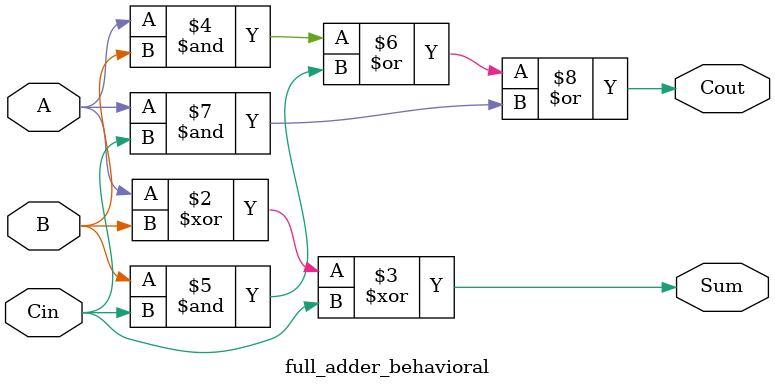
<source format=v>
module full_adder_behavioral(
    input A, B, Cin,
    output reg Sum, Cout
);

always @(*) begin
    Sum  = A ^ B ^ Cin;
    Cout = (A & B) | (B & Cin) | (A & Cin);
end

endmodule

</source>
